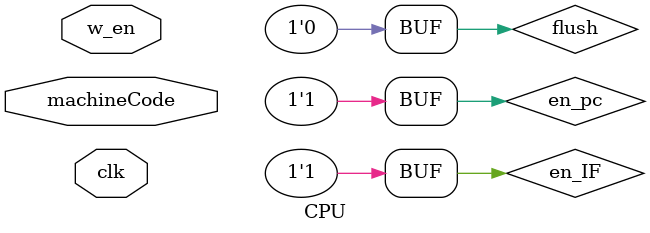
<source format=sv>
module CPU(input logic clk, w_en,
           input logic[31:0] machineCode);
    
    logic en_pc = 1'b1, en_IF = 1'b1;
    logic flush = 1'b0;
    logic pcSrc, aluSrc, regDst;
    logic[31:0] pc, instr, branchPC, rsData, rtData, imm, aluResult, w_regData, w_ramData, r_ramData;
    logic[4:0] rd;
    logic[1:0] aluOp;
    
    InstructionFetch instrFetch(.clk, .pcSrc, .en_pc, .en_IF, .flush, .w_en, .branchPC, .machineCode,
                                .pc, .instr);
    IFtoID if_id(.clk, .tmpPC(pc), .tmpInstr(instr));
                                
    InstructionDecode instrDec(.if_id, .w_reg(mem_wb.w_reg), .clk, .prevRt(id_ex.rt), .w_regData,
                               .id_ex, .regDst, .aluSrc, .pcSrc, .branchPC, .flush, .en_pc, .en_IF, .aluOp, .imm, .rsData, .rtData);
    IDtoEX id_ex(.clk, .tmpInstr(if_id.instr), .tmpRsData(rsData), .tmpRtData(rtData));
     
    Execute exe(.ex(id_ex.ex), .fwdMEM(ex_mem.fwd), .fwdWB(mem_wb.fwd), .aluSrc, .regDst, .aluOp, .imm, .w_ramData, .aluResult);                   
    EXtoMEM ex_mem(.ex(id_ex.ex), .clk, .tmpRd(rd), .tmpResult(aluResult));
  
    Memory mem(.clk, .memWrite(ex_mem.memWrite), .addr(ex_mem.aluResult), .w_data(w_ramData), .r_data(r_ramData));
    MEMtoWB mem_wb(.clk, .mem(ex_mem.mem)); 
    
    Writeback wb(.memToReg(mem_wb.memToReg), .r_ramData, .aluResult(mem_wb.aluResult),
                 .w_regData);
endmodule: CPU
</source>
